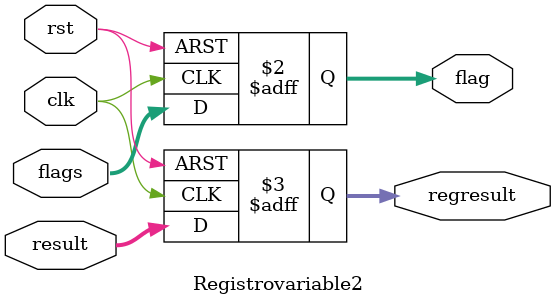
<source format=sv>
module Registrovariable2  #(parameter N=4)(
                                                     input [2*N-1:0] result,
																	  input clk,
																	  input rst,
																	  input [3:0] flags,
																	  output reg [3:0] flag,
                                                     output reg [2*N-1:0] regresult
																	  );

    always @(negedge clk or posedge rst) begin
        if(rst) begin
            regresult <= 0;
				flag[0]<=0;
				flag[1]<=0;
				flag[2]<=0;
				flag[3]<=0;
				
            end
        else begin
            regresult <= result;
				flag = flags;
            end
    end

endmodule
</source>
